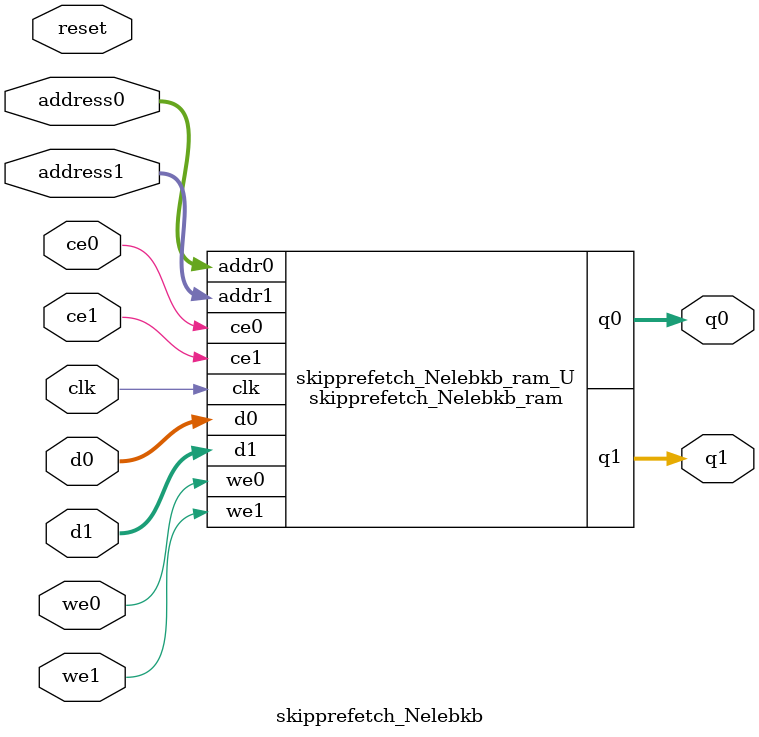
<source format=v>

`timescale 1 ns / 1 ps
module skipprefetch_Nelebkb_ram (addr0, ce0, d0, we0, q0, addr1, ce1, d1, we1, q1,  clk);

parameter DWIDTH = 32;
parameter AWIDTH = 6;
parameter MEM_SIZE = 50;

input[AWIDTH-1:0] addr0;
input ce0;
input[DWIDTH-1:0] d0;
input we0;
output reg[DWIDTH-1:0] q0;
input[AWIDTH-1:0] addr1;
input ce1;
input[DWIDTH-1:0] d1;
input we1;
output reg[DWIDTH-1:0] q1;
input clk;

(* ram_style = "block" *)reg [DWIDTH-1:0] ram[0:MEM_SIZE-1];




always @(posedge clk)  
begin 
    if (ce0) 
    begin
        if (we0) 
        begin 
            ram[addr0] <= d0; 
            q0 <= d0;
        end 
        else 
            q0 <= ram[addr0];
    end
end


always @(posedge clk)  
begin 
    if (ce1) 
    begin
        if (we1) 
        begin 
            ram[addr1] <= d1; 
            q1 <= d1;
        end 
        else 
            q1 <= ram[addr1];
    end
end


endmodule


`timescale 1 ns / 1 ps
module skipprefetch_Nelebkb(
    reset,
    clk,
    address0,
    ce0,
    we0,
    d0,
    q0,
    address1,
    ce1,
    we1,
    d1,
    q1);

parameter DataWidth = 32'd32;
parameter AddressRange = 32'd50;
parameter AddressWidth = 32'd6;
input reset;
input clk;
input[AddressWidth - 1:0] address0;
input ce0;
input we0;
input[DataWidth - 1:0] d0;
output[DataWidth - 1:0] q0;
input[AddressWidth - 1:0] address1;
input ce1;
input we1;
input[DataWidth - 1:0] d1;
output[DataWidth - 1:0] q1;



skipprefetch_Nelebkb_ram skipprefetch_Nelebkb_ram_U(
    .clk( clk ),
    .addr0( address0 ),
    .ce0( ce0 ),
    .d0( d0 ),
    .we0( we0 ),
    .q0( q0 ),
    .addr1( address1 ),
    .ce1( ce1 ),
    .d1( d1 ),
    .we1( we1 ),
    .q1( q1 ));

endmodule


</source>
